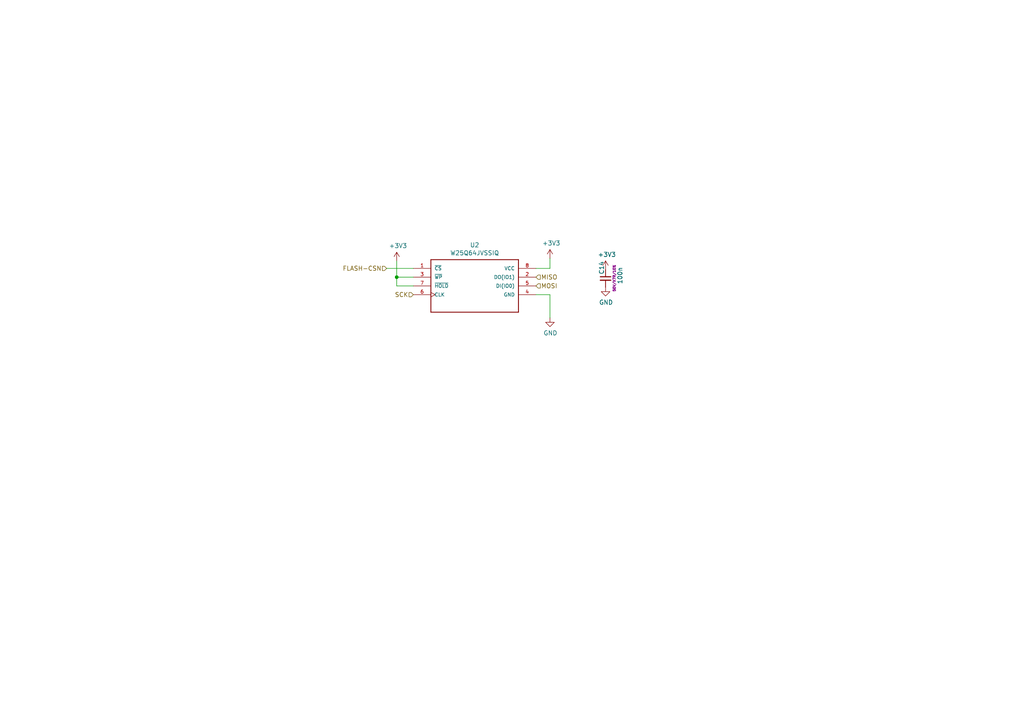
<source format=kicad_sch>
(kicad_sch (version 20211123) (generator eeschema)
  (paper "A4")
  (title_block (title "Buddy") (date "2019-10-24") (rev "v1.0.0") (company "PRUSA Research s.r.o.") (comment 1 "http://creativecommons.org/licenses/by-sa/4.0/") (comment 2 "Licensed under the Attribution-ShareAlike 4.0 International (CC BY-SA 4.0)"))
  (lib_symbols
    (symbol "BUDDY_v1.0.0-rescue:W25Q32JVSSIQ-A3IDES-rescue" (pin_names (offset 1.016))
      (property "Reference" "U" (at -12.7 8.128 0))
      (property "Value" "W25Q32JVSSIQ-A3IDES-rescue" (at -12.7254 -10.668 0))
      (symbol "W25Q32JVSSIQ-A3IDES-rescue_0_0"
        (polyline (pts (xy -12.7 -7.62) (xy -12.7 7.62)) (stroke (width 0.254)))
        (polyline (pts (xy -12.7 7.62) (xy 12.7 7.62)) (stroke (width 0.254)))
        (polyline (pts (xy 12.7 -7.62) (xy -12.7 -7.62)) (stroke (width 0.254)))
        (polyline (pts (xy 12.7 7.62) (xy 12.7 -7.62)) (stroke (width 0.254)))
        (pin input line (at -17.78 5.08 0) (length 5.08) (name "~{CS}") (number "1"))
        (pin bidirectional line (at 17.78 2.54 180) (length 5.08) (name "DO(IO1)") (number "2"))
        (pin input line (at -17.78 2.54 0) (length 5.08) (name "~{WP}") (number "3"))
        (pin power_in line (at 17.78 -2.54 180) (length 5.08) (name "GND") (number "4"))
        (pin bidirectional line (at 17.78 0 180) (length 5.08) (name "DI(IO0)") (number "5"))
        (pin input clock (at -17.78 -2.54 0) (length 5.08) (name "CLK") (number "6"))
        (pin input line (at -17.78 0 0) (length 5.08) (name "~{HOLD}") (number "7"))
        (pin power_in line (at 17.78 5.08 180) (length 5.08) (name "VCC") (number "8"))
      )
    )
    (symbol "Device:C_Small" (pin_numbers hide) (pin_names (offset 0.254) hide)
      (property "Reference" "C" (at 0.254 1.778 0))
      (property "Value" "C_Small" (at 0.254 -2.032 0))
      (symbol "C_Small_0_1"
        (polyline (pts (xy -1.524 -0.508) (xy 1.524 -0.508)) (stroke (width 0.3302)))
        (polyline (pts (xy -1.524 0.508) (xy 1.524 0.508)) (stroke (width 0.3048)))
      )
      (symbol "C_Small_1_1"
        (pin passive line (at 0 2.54 270) (length 2.032) (name "~") (number "1"))
        (pin passive line (at 0 -2.54 90) (length 2.032) (name "~") (number "2"))
      )
    )
    (symbol "power:+3.3V" (power) (pin_names (offset 0))
      (property "Value" "+3.3V" (at 0 3.556 0))
      (symbol "+3.3V_0_1"
        (polyline (pts (xy -0.762 1.27) (xy 0 2.54)))
        (polyline (pts (xy 0 0) (xy 0 2.54)))
        (polyline (pts (xy 0 2.54) (xy 0.762 1.27)))
      )
      (symbol "+3.3V_1_1"
        (pin power_in line (at 0 0 90) (length 0) hide (name "+3V3") (number "1"))
      )
    )
    (symbol "power:+3V3" (power) (pin_names (offset 0))
      (property "Value" "+3V3" (at 0 3.556 0))
      (symbol "+3V3_0_1"
        (polyline (pts (xy -0.762 1.27) (xy 0 2.54)))
        (polyline (pts (xy 0 0) (xy 0 2.54)))
        (polyline (pts (xy 0 2.54) (xy 0.762 1.27)))
      )
      (symbol "+3V3_1_1"
        (pin power_in line (at 0 0 90) (length 0) hide (name "+3V3") (number "1"))
      )
    )
    (symbol "power:GND" (power) (pin_names (offset 0))
      (property "Value" "GND" (at 0 -3.81 0))
      (symbol "GND_0_1"
        (polyline (pts (xy 0 0) (xy 0 -1.27) (xy 1.27 -1.27) (xy 0 -2.54) (xy -1.27 -1.27) (xy 0 -1.27)))
      )
      (symbol "GND_1_1"
        (pin power_in line (at 0 0 270) (length 0) hide (name "GND") (number "1"))
      )
    )
  )
  (junction (at 115.062 80.391))
  (wire (pts (xy 159.512 85.471) (xy 155.448 85.471)))
  (wire (pts (xy 119.888 80.391) (xy 115.062 80.391)))
  (wire (pts (xy 119.888 77.851) (xy 112.141 77.851)))
  (wire (pts (xy 115.062 82.931) (xy 115.062 80.391)))
  (wire (pts (xy 159.512 92.202) (xy 159.512 85.471)))
  (wire (pts (xy 115.062 82.931) (xy 119.888 82.931)))
  (wire (pts (xy 155.448 77.851) (xy 159.512 77.851)))
  (wire (pts (xy 159.512 77.851) (xy 159.512 74.93)))
  (wire (pts (xy 115.062 80.391) (xy 115.062 75.692)))
  (hierarchical_label "FLASH-CSN" (shape input) (at 112.141 77.851 180))
  (hierarchical_label "MISO" (shape input) (at 155.448 80.391 0))
  (hierarchical_label "SCK" (shape input) (at 119.888 85.471 180))
  (hierarchical_label "MOSI" (shape input) (at 155.448 82.931 0))
  (symbol (lib_id "BUDDY_v1.0.0-rescue:W25Q32JVSSIQ-A3IDES-rescue") (at 137.668 82.931 0) (unit 1)
    (property "Reference" "U2" (at 137.668 71.0692 0))
    (property "Value" "W25Q64JVSSIQ" (at 137.668 73.3806 0))
    (property "Footprint" "A3IDES_footprints:SOIC8-wide" (effects hide))
    (property "Pole4" "UFDFN-8 Winbond" (effects hide))
    (property "Pole5" "None" (effects hide))
    (property "Pole6" "W25X20CLUXIG TR" (effects hide))
    (property "req" "Ic Flash 2mbit 104mhz" (effects hide))
    (property "Pole8" "Winbond" (effects hide))
  )
  (symbol (lib_id "power:GND") (at 159.512 92.202 0) (unit 1)
    (property "Reference" "#PWR0123" (effects hide))
    (property "Value" "GND" (at 159.639 96.5962 0))
  )
  (symbol (lib_id "power:+3V3") (at 159.512 74.93 0) (unit 1)
    (property "Reference" "#PWR0124" (effects hide))
    (property "Value" "+3V3" (at 159.893 70.5358 0))
  )
  (symbol (lib_id "power:+3.3V") (at 175.641 78.232 0) (unit 1)
    (property "Reference" "#PWR0135" (effects hide))
    (property "Value" "+3.3V" (at 176.022 73.8378 0))
  )
  (symbol (lib_id "power:GND") (at 175.641 83.312 0) (unit 1)
    (property "Reference" "#PWR0136" (effects hide))
    (property "Value" "GND" (at 175.768 87.7062 0))
  )
  (symbol (lib_id "Device:C_Small") (at 175.641 80.772 0) (unit 1)
    (property "Reference" "C14" (at 174.498 79.629 90) (effects (justify left)))
    (property "Value" "100n" (at 179.832 82.423 90) (effects (justify left)))
    (property "Footprint" "A3IDES_footprints:C_0603_1608Metric" (effects hide))
    (property "req" "50V/X7R/10%" (at 178.181 84.582 90) (effects (font (size 0.7112 0.7112)) (justify left)))
  )
  (symbol (lib_id "power:+3V3") (at 115.062 75.692 0) (unit 1)
    (property "Reference" "#PWR0141" (effects hide))
    (property "Value" "+3V3" (at 115.443 71.2978 0))
  )
)
</source>
